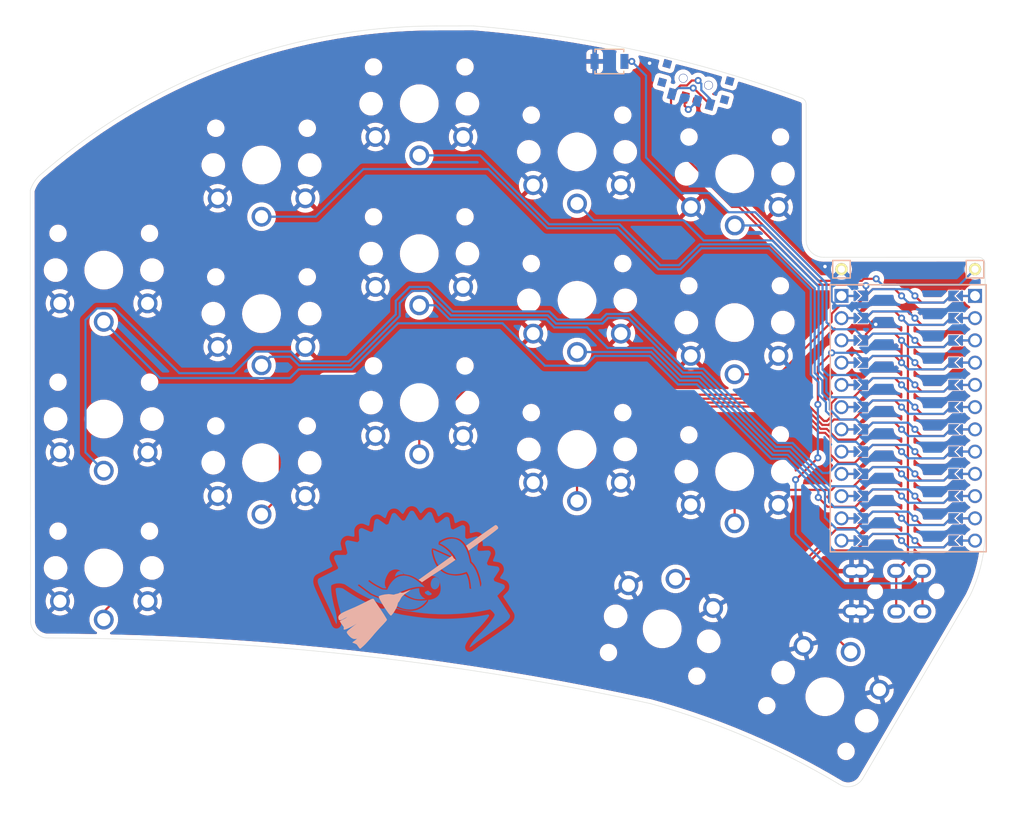
<source format=kicad_pcb>
(kicad_pcb (version 20211014) (generator pcbnew)
  (layers (0 "F.Cu" signal) (31 "B.Cu" signal) (34 "B.Paste" user) (35 "F.Paste" user) (36 "B.SilkS" user "B.Silkscreen") (37 "F.SilkS" user "F.Silkscreen") (38 "B.Mask" user) (39 "F.Mask" user) (44 "Edge.Cuts" user))
  (net 0 "")
  (net 1 "gnd")
  (net 2 "vcc")
  (net 3 "Switch18")
  (net 4 "reset")
  (net 5 "Switch1")
  (net 6 "Switch2")
  (net 7 "Switch3")
  (net 8 "Switch4")
  (net 9 "Switch5")
  (net 10 "Switch6")
  (net 11 "Switch7")
  (net 12 "Switch8")
  (net 13 "Switch9")
  (net 14 "Switch10")
  (net 15 "Switch11")
  (net 16 "Switch12")
  (net 17 "Switch13")
  (net 18 "Switch14")
  (net 19 "Switch15")
  (net 20 "Switch16")
  (net 21 "Switch17")
  (net 22 "raw")
  (net 23 "BT+_r")
  (net 24 "Net-(SW_POWERR1-Pad1)")
  (footprint "kbd:1pin_conn" (layer "F.Cu") (at 126.492 45.974)
    (fp_text reference " ")
    (fp_text value "MountingHole_Pad" hide)
  )
  (footprint "kbd:1pin_conn" (layer "F.Cu") (at 111.252 45.974)
    (fp_text reference " ")
    (fp_text value "MountingHole_Pad" hide)
  )
  (footprint "Kailh:TRRS-PJ-DPB2" (layer "F.Cu") (at 123.698 82.75 -90)
    (fp_text reference "J2")
    (fp_text value "AudioJack4dpb" hide)
  )
  (footprint "* duckyb-collection:SW_PG1350_rev_DPB" (layer "F.Cu") (at 27.08 46.08)
    (fp_text reference "SW1" hide)
    (fp_text value "SW_Push" hide)
  )
  (footprint "* duckyb-collection:SW_PG1350_rev_DPB" (layer "F.Cu") (at 45.08 34.08)
    (fp_text reference "SW2" hide)
    (fp_text value "SW_Push" hide)
  )
  (footprint "* duckyb-collection:SW_PG1350_rev_DPB" (layer "F.Cu") (at 63.08 27.08)
    (fp_text reference "SW3" hide)
    (fp_text value "SW_Push" hide)
  )
  (footprint "* duckyb-collection:SW_PG1350_rev_DPB" (layer "F.Cu") (at 81.08 32.58)
    (fp_text reference "SW4" hide)
    (fp_text value "SW_Push" hide)
  )
  (footprint "* duckyb-collection:SW_PG1350_rev_DPB" (layer "F.Cu") (at 99.08 35.08)
    (fp_text reference "SW5" hide)
    (fp_text value "SW_Push" hide)
  )
  (footprint "* duckyb-collection:SW_PG1350_rev_DPB" (layer "F.Cu") (at 27.08 63.08)
    (fp_text reference "SW6" hide)
    (fp_text value "SW_Push" hide)
  )
  (footprint "* duckyb-collection:SW_PG1350_rev_DPB" (layer "F.Cu") (at 45.08 51.054)
    (fp_text reference "SW7" hide)
    (fp_text value "SW_Push" hide)
  )
  (footprint "* duckyb-collection:SW_PG1350_rev_DPB" (layer "F.Cu") (at 63.08 44.196)
    (fp_text reference "SW8" hide)
    (fp_text value "SW_Push" hide)
  )
  (footprint "* duckyb-collection:SW_PG1350_rev_DPB" (layer "F.Cu") (at 81.08 49.53)
    (fp_text reference "SW9" hide)
    (fp_text value "SW_Push" hide)
  )
  (footprint "* duckyb-collection:SW_PG1350_rev_DPB" (layer "F.Cu") (at 99.06 52.07)
    (fp_text reference "SW10" hide)
    (fp_text value "SW_Push" hide)
  )
  (footprint "* duckyb-collection:SW_PG1350_rev_DPB" (layer "F.Cu") (at 27.08 80.08)
    (fp_text reference "SW11" hide)
    (fp_text value "SW_Push" hide)
  )
  (footprint "* duckyb-collection:SW_PG1350_rev_DPB" (layer "F.Cu") (at 45.08 68.072)
    (fp_text reference "SW12" hide)
    (fp_text value "SW_Push" hide)
  )
  (footprint "* duckyb-collection:SW_PG1350_rev_DPB" (layer "F.Cu") (at 63.08 61.214)
    (fp_text reference "SW13" hide)
    (fp_text value "SW_Push" hide)
  )
  (footprint "* duckyb-collection:SW_PG1350_rev_DPB" (layer "F.Cu") (at 81.08 66.548)
    (fp_text reference "SW14" hide)
    (fp_text value "SW_Push" hide)
  )
  (footprint "* duckyb-collection:SW_PG1350_rev_DPB" (layer "F.Cu") (at 99.06 69.088)
    (fp_text reference "SW15" hide)
    (fp_text value "SW_Push" hide)
  )
  (footprint "* duckyb-collection:SW_PG1350_rev_DPB" (layer "F.Cu") (at 109.356 94.78 150)
    (fp_text reference "SW17" hide)
    (fp_text value "SW_Push" hide)
  )
  (footprint "* duckyb-collection:SW_PG1350_rev_DPB" (layer "F.Cu") (at 90.796 87.03 165)
    (fp_text reference "SW16" hide)
    (fp_text value "SW_Push" hide)
  )
  (footprint "* duckyb-collection:ProMicro_jumpers_facedown" (layer "F.Cu") (at 118.872 62.992 -90)
    (fp_text reference "U1" hide)
    (fp_text value "ProMicro-kbd" hide)
  )
  (footprint "kbd:Tenting_Puck2" (layer "F.Cu") (at 72.58 42.98)
    (fp_text reference " ")
    (fp_text value " ")
  )
  (footprint "Kailh:SPDT_C128955" (layer "F.Cu") (at 94.6404 24.570573 -15.5)
    (fp_text reference " ")
    (fp_text value "SW_SPDT")
  )
  (footprint "* duckyb-collection:Tactile-Switch_SMT" (layer "F.Cu") (at 84.7852 22.2504)
    (fp_text reference "RSW2" hide)
    (fp_text value "SW_Push")
  )
  (footprint "Kailh:ferris_broom" (layer "B.Cu") (at 64.008 82.042 170)
    (fp_text reference "G***" hide)
    (fp_text value "LOGO" hide)
  )
  (gr_arc (start 126.885 44.612) (mid 127.41533 44.83167) (end 127.635 45.362) (layer "Edge.Cuts") (width 0.05))
  (gr_line (start 18.690055 36.976702) (end 18.730254 86.245024) (layer "Edge.Cuts") (width 0.05))
  (gr_arc (start 106.78729 26.456889) (mid 107.104079 26.733645) (end 107.222045 27.137419) (layer "Edge.Cuts") (width 0.05))
  (gr_arc (start 89.409134 95.561946) (mid 100.486488 99.421597) (end 110.938 104.748) (layer "Edge.Cuts") (width 0.05))
  (gr_arc (start 18.690055 36.976702) (mid 19.246929 35.858882) (end 20.117 34.963) (layer "Edge.Cuts") (width 0.05))
  (gr_arc (start 109.257002 44.614917) (mid 107.844534 44.065716) (end 107.222001 42.683999) (layer "Edge.Cuts") (width 0.05))
  (gr_arc (start 69.291777 18.200679) (mid 88.315879 21.073764) (end 106.78729 26.456889) (layer "Edge.Cuts") (width 0.05))
  (gr_arc (start 113.67 104.149265) (mid 112.428995 105.01898) (end 110.938 104.748) (layer "Edge.Cuts") (width 0.05))
  (gr_arc (start 20.768 88.081119) (mid 55.288442 89.987554) (end 89.409134 95.561946) (layer "Edge.Cuts") (width 0.05))
  (gr_arc (start 20.768 88.081119) (mid 19.380573 87.572102) (end 18.730254 86.245024) (layer "Edge.Cuts") (width 0.05))
  (gr_line (start 127.635 45.362) (end 127.635 62.484) (layer "Edge.Cuts") (width 0.05))
  (gr_line (start 107.222001 42.683999) (end 107.222045 27.137419) (layer "Edge.Cuts") (width 0.05))
  (gr_line (start 109.257002 44.614917) (end 126.885 44.612) (layer "Edge.Cuts") (width 0.05))
  (gr_arc (start 20.117 34.963) (mid 41.093524 22.531455) (end 65.090389 18.206139) (layer "Edge.Cuts") (width 0.05))
  (gr_line (start 125.888304 83.312) (end 113.67 104.149265) (layer "Edge.Cuts") (width 0.05))
  (gr_arc (start 127.635 75.98785) (mid 127.177913 79.749197) (end 125.888304 83.312) (layer "Edge.Cuts") (width 0.05))
  (gr_line (start 69.291777 18.200679) (end 65.090389 18.206139) (layer "Edge.Cuts") (width 0.05))
  (gr_line (start 127.635 62.484) (end 127.647 69.85) (layer "Edge.Cuts") (width 0.05))
  (gr_line (start 127.647 69.85) (end 127.635 75.98785) (layer "Edge.Cuts") (width 0.05))
  (segment (start 114.046 53.3908) (end 115.1636 52.2732) (width 0.25) (layer "F.Cu") (net 1))
  (segment (start 118.11 56.642) (end 118.11 54.102) (width 0.25) (layer "F.Cu") (net 1))
  (segment (start 114.046 54.102) (end 114.046 53.3908) (width 0.25) (layer "F.Cu") (net 1))
  (via (at 115.1636 52.2732) (size 0.8) (drill 0.4) (layers "F.Cu" "B.Cu") (net 1))
  (via (at 109.3724 45.6692) (size 0.8) (drill 0.4) (layers "F.Cu" "B.Cu") (net 1))
  (via (at 89.3572 22.4536) (size 0.8) (drill 0.4) (layers "F.Cu" "B.Cu") (net 1))
  (segment (start 112.630511 50.146511) (end 110.661711 50.146511) (width 0.25) (layer "B.Cu") (net 1))
  (segment (start 110.127489 47.098511) (end 111.252 45.974) (width 0.25) (layer "B.Cu") (net 1))
  (segment (start 114.7572 52.2732) (end 114.046 51.562) (width 0.25) (layer "B.Cu") (net 1))
  (segment (start 110.661711 50.146511) (end 110.127489 49.612289) (width 0.25) (layer "B.Cu") (net 1))
  (segment (start 114.046 51.562) (end 112.630511 50.146511) (width 0.25) (layer "B.Cu") (net 1))
  (segment (start 115.1636 52.2732) (end 114.7572 52.2732) (width 0.25) (layer "B.Cu") (net 1))
  (segment (start 110.127489 49.612289) (end 110.127489 47.098511) (width 0.25) (layer "B.Cu") (net 1))
  (segment (start 120.498 85.05) (end 120.498 80.44) (width 0.25) (layer "F.Cu") (net 2))
  (segment (start 108.5596 57.0992) (end 108.5596 61.4172) (width 0.25) (layer "F.Cu") (net 2))
  (segment (start 106.0196 70.0024) (end 106.0704 70.0024) (width 0.25) (layer "F.Cu") (net 2))
  (segment (start 106.0704 70.0024) (end 108.5596 67.5132) (width 0.25) (layer "F.Cu") (net 2))
  (segment (start 120.498 80.44) (end 120.478 80.42) (width 0.25) (layer "F.Cu") (net 2))
  (segment (start 110.1344 55.5244) (end 108.5596 57.0992) (width 0.25) (layer "F.Cu") (net 2))
  (via (at 106.0196 70.0024) (size 0.8) (drill 0.4) (layers "F.Cu" "B.Cu") (net 2))
  (via (at 110.1344 55.5244) (size 0.8) (drill 0.4) (layers "F.Cu" "B.Cu") (net 2))
  (via (at 108.5596 67.5132) (size 0.8) (drill 0.4) (layers "F.Cu" "B.Cu") (net 2))
  (via (at 108.5596 61.4172) (size 0.8) (drill 0.4) (layers "F.Cu" "B.Cu") (net 2))
  (segment (start 108.5596 67.5132) (end 108.5596 61.4172) (width 0.25) (layer "B.Cu") (net 2))
  (segment (start 111.6584 81.8388) (end 119.0592 81.8388) (width 0.25) (layer "B.Cu") (net 2))
  (segment (start 110.141311 55.517489) (end 112.921489 55.517489) (width 0.25) (layer "B.Cu") (net 2))
  (segment (start 112.921489 55.517489) (end 114.046 56.642) (width 0.25) (layer "B.Cu") (net 2))
  (segment (start 119.0592 81.8388) (end 120.478 80.42) (width 0.25) (layer "B.Cu") (net 2))
  (segment (start 106.0196 70.0024) (end 106.0196 76.2) (width 0.25) (layer "B.Cu") (net 2))
  (segment (start 110.1344 55.5244) (end 110.141311 55.517489) (width 0.25) (layer "B.Cu") (net 2))
  (segment (start 106.0196 76.2) (end 111.6584 81.8388) (width 0.25) (layer "B.Cu") (net 2))
  (segment (start 118.11 51.562) (end 118.834511 52.286511) (width 0.25) (layer "F.Cu") (net 3))
  (segment (start 118.834511 52.286511) (end 118.834511 79.063489) (width 0.25) (layer "F.Cu") (net 3))
  (segment (start 117.498 80.44) (end 117.478 80.42) (width 0.25) (layer "F.Cu") (net 3))
  (segment (start 118.834511 79.063489) (end 117.478 80.42) (width 0.25) (layer "F.Cu") (net 3))
  (segment (start 117.498 85.05) (end 117.498 80.44) (width 0.25) (layer "F.Cu") (net 3))
  (segment (start 87.3252 22.2504) (end 86.4852 22.2504) (width 0.25) (layer "F.Cu") (net 4))
  (via (at 87.3252 22.2504) (size 0.8) (drill 0.4) (layers "F.Cu" "B.Cu") (net 4))
  (segment (start 86.4852 22.2504) (end 87.3252 22.2504) (width 0.25) (layer "B.Cu") (net 4))
  (segment (start 87.3252 22.2504) (end 88.9508 23.876) (width 0.25) (layer "B.Cu") (net 4))
  (segment (start 88.9508 33.217792) (end 93.020208 37.2872) (width 0.25) (layer "B.Cu") (net 4))
  (segment (start 88.9508 23.876) (end 88.9508 33.217792) (width 0.25) (layer "B.Cu") (net 4))
  (segment (start 96.172452 37.2872) (end 98.356852 39.4716) (width 0.25) (layer "B.Cu") (net 4))
  (segment (start 109.54488 52.03928) (end 110.3376 52.832) (width 0.25) (layer "B.Cu") (net 4))
  (segment (start 93.020208 37.2872) (end 96.172452 37.2872) (width 0.25) (layer "B.Cu") (net 4))
  (segment (start 109.54488 47.593566) (end 109.54488 52.03928) (width 0.25) (layer "B.Cu") (net 4))
  (segment (start 98.356852 39.4716) (end 101.422914 39.4716) (width 0.25) (layer "B.Cu") (net 4))
  (segment (start 101.422914 39.4716) (end 109.54488 47.593566) (width 0.25) (layer "B.Cu") (net 4))
  (segment (start 110.3376 52.832) (end 112.776 52.832) (width 0.25) (layer "B.Cu") (net 4))
  (segment (start 112.776 52.832) (end 114.046 54.102) (width 0.25) (layer "B.Cu") (net 4))
  (segment (start 108.6104 72.0344) (end 109.6772 73.1012) (width 0.25) (layer "F.Cu") (net 5))
  (segment (start 112.8268 73.1012) (end 114.046 71.882) (width 0.25) (layer "F.Cu") (net 5))
  (segment (start 109.6772 73.1012) (end 112.8268 73.1012) (width 0.25) (layer "F.Cu") (net 5))
  (via (at 108.6104 72.0344) (size 0.8) (drill 0.4) (layers "F.Cu" "B.Cu") (net 5))
  (segment (start 108.6104 71.299954) (end 104.925246 67.6148) (width 0.25) (layer "B.Cu") (net 5))
  (segment (start 60.653557 52.14856) (end 55.398597 57.40352) (width 0.25) (layer "B.Cu") (net 5))
  (segment (start 49.32728 57.40352) (end 48.321289 58.409511) (width 0.25) (layer "B.Cu") (net 5))
  (segment (start 103.2256 67.6148) (end 94.742 59.1312) (width 0.25) (layer "B.Cu") (net 5))
  (segment (start 81.9912 56.9976) (end 77.4192 56.9976) (width 0.25) (layer "B.Cu") (net 5))
  (segment (start 83.10928 55.87952) (end 81.9912 56.9976) (width 0.25) (layer "B.Cu") (net 5))
  (segment (start 72.57016 52.14856) (end 60.653557 52.14856) (width 0.25) (layer "B.Cu") (net 5))
  (segment (start 48.321289 58.409511) (end 33.509511 58.409511) (width 0.25) (layer "B.Cu") (net 5))
  (segment (start 108.6104 72.0344) (end 108.6104 71.299954) (width 0.25) (layer "B.Cu") (net 5))
  (segment (start 94.742 59.1312) (end 92.6084 59.1312) (width 0.25) (layer "B.Cu") (net 5))
  (segment (start 55.398597 57.40352) (end 49.32728 57.40352) (width 0.25) (layer "B.Cu") (net 5))
  (segment (start 92.6084 59.1312) (end 89.35672 55.87952) (width 0.25) (layer "B.Cu") (net 5))
  (segment (start 77.4192 56.9976) (end 72.57016 52.14856) (width 0.25) (layer "B.Cu") (net 5))
  (segment (start 33.509511 58.409511) (end 27.08 51.98) (width 0.25) (layer "B.Cu") (net 5))
  (segment (start 89.35672 55.87952) (end 83.10928 55.87952) (width 0.25) (layer "B.Cu") (net 5))
  (segment (start 104.925246 67.6148) (end 103.2256 67.6148) (width 0.25) (layer "B.Cu") (net 5))
  (segment (start 108.62576 60.316396) (end 109.48168 61.172316) (width 0.25) (layer "B.Cu") (net 6))
  (segment (start 108.62576 58.869314) (end 108.62576 60.316396) (width 0.25) (layer "B.Cu") (net 6))
  (segment (start 95.276118 43.5864) (end 102.994846 43.5864) (width 0.25) (layer "B.Cu") (net 6))
  (segment (start 85.69192 41.29272) (end 90.36552 45.96632) (width 0.25) (layer "B.Cu") (net 6))
  (segment (start 110.0328 64.8716) (end 110.838689 65.677489) (width 0.25) (layer "B.Cu") (net 6))
  (segment (start 110.838689 65.677489) (end 112.921489 65.677489) (width 0.25) (layer "B.Cu") (net 6))
  (segment (start 109.48168 62.177698) (end 110.0328 62.728818) (width 0.25) (layer "B.Cu") (net 6))
  (segment (start 90.36552 45.96632) (end 92.896198 45.96632) (width 0.25) (layer "B.Cu") (net 6))
  (segment (start 70.941483 34.544) (end 77.690203 41.29272) (width 0.25) (layer "B.Cu") (net 6))
  (segment (start 110.0328 62.728818) (end 110.0328 64.8716) (width 0.25) (layer "B.Cu") (net 6))
  (segment (start 102.994846 43.5864) (end 107.7468 48.338354) (width 0.25) (layer "B.Cu") (net 6))
  (segment (start 45.08 39.98) (end 51.2568 39.98) (width 0.25) (layer "B.Cu") (net 6))
  (segment (start 109.48168 61.172316) (end 109.48168 62.177698) (width 0.25) (layer "B.Cu") (net 6))
  (segment (start 51.2568 39.98) (end 56.6928 34.544) (width 0.25) (layer "B.Cu") (net 6))
  (segment (start 112.921489 65.677489) (end 114.046 66.802) (width 0.25) (layer "B.Cu") (net 6))
  (segment (start 107.7468 57.990354) (end 108.62576 58.869314) (width 0.25) (layer "B.Cu") (net 6))
  (segment (start 92.896198 45.96632) (end 95.276118 43.5864) (width 0.25) (layer "B.Cu") (net 6))
  (segment (start 56.6928 34.544) (end 70.941483 34.544) (width 0.25) (layer "B.Cu") (net 6))
  (segment (start 107.7468 48.338354) (end 107.7468 57.990354) (width 0.25) (layer "B.Cu") (net 6))
  (segment (start 77.690203 41.29272) (end 85.69192 41.29272) (width 0.25) (layer "B.Cu") (net 6))
  (segment (start 103.181044 43.13688) (end 108.19632 48.152156) (width 0.25) (layer "B.Cu") (net 7))
  (segment (start 92.71 45.5168) (end 95.089921 43.13688) (width 0.25) (layer "B.Cu") (net 7))
  (segment (start 63.08 32.98) (end 70.0132 32.98) (width 0.25) (layer "B.Cu") (net 7))
  (segment (start 95.089921 43.13688) (end 103.181044 43.13688) (width 0.25) (layer "B.Cu") (net 7))
  (segment (start 109.9312 61.9915) (end 111.077189 63.137489) (width 0.25) (layer "B.Cu") (net 7))
  (segment (start 112.921489 63.137489) (end 114.046 64.262) (width 0.25) (layer "B.Cu") (net 7))
  (segment (start 90.596601 45.5168) (end 92.71 45.5168) (width 0.25) (layer "B.Cu") (net 7))
  (segment (start 85.923001 40.8432) (end 90.596601 45.5168) (width 0.25) (layer "B.Cu") (net 7))
  (segment (start 108.19632 57.804156) (end 109.07528 58.683116) (width 0.25) (layer "B.Cu") (net 7))
  (segment (start 109.9312 60.986118) (end 109.9312 61.9915) (width 0.25) (layer "B.Cu") (net 7))
  (segment (start 70.0132 32.98) (end 77.8764 40.8432) (width 0.25) (layer "B.Cu") (net 7))
  (segment (start 108.19632 48.152156) (end 108.19632 57.804156) (width 0.25) (layer "B.Cu") (net 7))
  (segment (start 109.07528 58.683116) (end 109.07528 60.130198) (width 0.25) (layer "B.Cu") (net 7))
  (segment (start 77.8764 40.8432) (end 85.923001 40.8432) (width 0.25) (layer "B.Cu") (net 7))
  (segment (start 109.07528 60.130198) (end 109.9312 60.986118) (width 0.25) (layer "B.Cu") (net 7))
  (segment (start 111.077189 63.137489) (end 112.921489 63.137489) (width 0.25) (layer "B.Cu") (net 7))
  (segment (start 109.5248 58.496918) (end 109.5248 59.944) (width 0.25) (layer "B.Cu") (net 8))
  (segment (start 108.64584 47.965958) (end 108.64584 57.617958) (width 0.25) (layer "B.Cu") (net 8))
  (segment (start 108.64584 57.617958) (end 109.5248 58.496918) (width 0.25) (layer "B.Cu") (net 8))
  (segment (start 110.178289 60.597489) (end 112.921489 60.597489) (width 0.25) (layer "B.Cu") (net 8))
  (segment (start 109.5248 59.944) (end 110.178289 60.597489) (width 0.25) (layer "B.Cu") (net 8))
  (segment (start 103.367242 42.68736) (end 108.64584 47.965958) (width 0.25) (layer "B.Cu") (net 8))
  (segment (start 95.51936 42.68736) (end 103.367242 42.68736) (width 0.25) (layer "B.Cu") (net 8))
  (segment (start 81.08 38.48) (end 82.986 40.386) (width 0.25) (layer "B.Cu") (net 8))
  (segment (start 82.986 40.386) (end 93.218 40.386) (width 0.25) (layer "B.Cu") (net 8))
  (segment (start 93.218 40.386) (end 95.51936 42.68736) (width 0.25) (layer "B.Cu") (net 8))
  (segment (start 112.921489 60.597489) (end 114.046 61.722) (width 0.25) (layer "B.Cu") (net 8))
  (segment (start 102.2956 40.98) (end 109.09536 47.779763) (width 0.25) (layer "B.Cu") (net 9))
  (segment (start 109.728 58.0644) (end 110.7793 58.0644) (width 0.25) (layer "B.Cu") (net 9))
  (segment (start 110.7793 58.0644) (end 110.786211 58.057489) (width 0.25) (layer "B.Cu") (net 9))
  (segment (start 110.786211 58.057489) (end 112.921489 58.057489) (width 0.25) (layer "B.Cu") (net 9))
  (segment (start 109.09536 57.43176) (end 109.728 58.0644) (width 0.25) (layer "B.Cu") (net 9))
  (segment (start 99.08 40.98) (end 102.2956 40.98) (width 0.25) (layer "B.Cu") (net 9))
  (segment (start 112.921489 58.057489) (end 114.046 59.182) (width 0.25) (layer "B.Cu") (net 9))
  (segment (start 109.09536 47.779763) (end 109.09536 57.43176) (width 0.25) (layer "B.Cu") (net 9))
  (segment (start 103.970392 65.81672) (end 105.670037 65.81672) (width 0.25) (layer "B.Cu") (net 10))
  (segment (start 105.933359 66.080043) (end 109.093716 69.2404) (width 0.25) (layer "B.Cu") (net 10))
  (segment (start 109.093716 69.2404) (end 109.7633 69.2404) (width 0.25) (layer "B.Cu") (net 10))
  (segment (start 24.990979 66.890979) (end 24.990979 51.767821) (width 0.25) (layer "B.Cu") (net 10))
  (segment (start 66.9036 50.8) (end 77.9272 50.8) (width 0.25) (layer "B.Cu") (net 10))
  (segment (start 41.926209 57.844991) (end 44.3992 55.372) (width 0.25) (layer "B.Cu") (net 10))
  (segment (start 87.373843 51.353772) (end 93.353192 57.33312) (width 0.25) (layer "B.Cu") (net 10))
  (segment (start 105.670037 65.81672) (end 105.933359 66.080043) (width 0.25) (layer "B.Cu") (net 10))
  (segment (start 78.85696 51.72976) (end 83.80464 51.72976) (width 0.25) (layer "B.Cu") (net 10))
  (segment (start 110.786211 68.217489) (end 112.921489 68.217489) (width 0.25) (layer "B.Cu") (net 10))
  (segment (start 95.486792 57.33312) (end 103.970392 65.81672) (width 0.25) (layer "B.Cu") (net 10))
  (segment (start 55.026202 56.50448) (end 60.4012 51.129482) (width 0.25) (layer "B.Cu") (net 10))
  (segment (start 64.1096 48.006) (end 66.9036 50.8) (width 0.25) (layer "B.Cu") (net 10))
  (segment (start 84.443951 51.090449) (end 87.110521 51.090449) (width 0.25) (layer "B.Cu") (net 10))
  (segment (start 48.4124 55.372) (end 49.54488 56.50448) (width 0.25) (layer "B.Cu") (net 10))
  (segment (start 109.7633 69.2404) (end 110.786211 68.217489) (width 0.25) (layer "B.Cu") (net 10))
  (segment (start 61.976 48.006) (end 64.1096 48.006) (width 0.25) (layer "B.Cu") (net 10))
  (segment (start 87.110521 51.090449) (end 87.373843 51.353772) (width 0.25) (layer "B.Cu") (net 10))
  (segment (start 60.4012 49.5808) (end 61.976 48.006) (width 0.25) (layer "B.Cu") (net 10))
  (segment (start 28.2956 50.4444) (end 35.696191 57.844991) (width 0.25) (layer "B.Cu") (net 10))
  (segment (start 93.353192 57.33312) (end 95.486792 57.33312) (width 0.25) (layer "B.Cu") (net 10))
  (segment (start 83.80464 51.72976) (end 84.443951 51.090449) (width 0.25) (layer "B.Cu") (net 10))
  (segment (start 49.54488 56.50448) (end 55.026202 56.50448) (width 0.25) (layer "B.Cu") (net 10))
  (segment (start 27.08 68.98) (end 24.990979 66.890979) (width 0.25) (layer "B.Cu") (net 10))
  (segment (start 35.696191 57.844991) (end 41.926209 57.844991) (width 0.25) (layer "B.Cu") (net 10))
  (segment (start 77.9272 50.8) (end 78.85696 51.72976) (width 0.25) (layer "B.Cu") (net 10))
  (segment (start 26.3144 50.4444) (end 28.2956 50.4444) (width 0.25) (layer "B.Cu") (net 10))
  (segment (start 24.990979 51.767821) (end 26.3144 50.4444) (width 0.25) (layer "B.Cu") (net 10))
  (segment (start 44.3992 55.372) (end 48.4124 55.372) (width 0.25) (layer "B.Cu") (net 10))
  (segment (start 60.4012 51.129482) (end 60.4012 49.5808) (width 0.25) (layer "B.Cu") (net 10))
  (segment (start 112.921489 68.217489) (end 114.046 69.342) (width 0.25) (layer "B.Cu") (net 10))
  (segment (start 103.784194 66.26624) (end 105.483839 66.26624) (width 0.25) (layer "B.Cu") (net 11))
  (segment (start 86.924323 51.539969) (end 93.166994 57.78264) (width 0.25) (layer "B.Cu") (net 11))
  (segment (start 93.166994 57.78264) (end 95.300594 57.78264) (width 0.25) (layer "B.Cu") (net 11))
  (segment (start 95.300594 57.78264) (end 103.784194 66.26624) (width 0.25) (layer "B.Cu") (net 11))
  (segment (start 109.975089 70.757489) (end 112.921489 70.757489) (width 0.25) (layer "B.Cu") (net 11))
  (segment (start 112.921489 70.757489) (end 114.046 71.882) (width 0.25) (layer "B.Cu") (net 11))
  (segment (start 60.85072 49.84248) (end 62.23768 48.45552) (width 0.25) (layer "B.Cu") (net 11))
  (segment (start 48.378602 55.97392) (end 49.358683 56.954) (width 0.25) (layer "B.Cu") (net 11))
  (segment (start 46.06008 55.97392) (end 48.378602 55.97392) (width 0.25) (layer "B.Cu") (net 11))
  (segment (start 62.23768 48.45552) (end 63.923403 48.45552) (width 0.25) (layer "B.Cu") (net 11))
  (segment (start 60.85072 51.315679) (end 60.85072 49.84248) (width 0.25) (layer "B.Cu") (net 11))
  (segment (start 45.08 56.954) (end 46.06008 55.97392) (width 0.25) (layer "B.Cu") (net 11))
  (segment (start 66.717403 51.24952) (end 77.741002 51.24952) (width 0.25) (layer "B.Cu") (net 11))
  (segment (start 84.630149 51.539969) (end 86.924323 51.539969) (width 0.25) (layer "B.Cu") (net 11))
  (segment (start 78.670762 52.17928) (end 83.990838 52.17928) (width 0.25) (layer "B.Cu") (net 11))
  (segment (start 105.483839 66.26624) (end 109.975089 70.757489) (width 0.25) (layer "B.Cu") (net 11))
  (segment (start 63.923403 48.45552) (end 66.717403 51.24952) (width 0.25) (layer "B.Cu") (net 11))
  (segment (start 55.2124 56.954) (end 60.85072 51.315679) (width 0.25) (layer "B.Cu") (net 11))
  (segment (start 49.358683 56.954) (end 55.2124 56.954) (width 0.25) (layer "B.Cu") (net 11))
  (segment (start 77.741002 51.24952) (end 78.670762 52.17928) (width 0.25) (layer "B.Cu") (net 11))
  (segment (start 83.990838 52.17928) (end 84.630149 51.539969) (width 0.25) (layer "B.Cu") (net 11))
  (segment (start 84.582 54.9656) (end 89.714236 54.9656) (width 0.25) (layer "B.Cu") (net 12))
  (segment (start 109.82192 71.240039) (end 109.82192 72.53472) (width 0.25) (layer "B.Cu") (net 12))
  (segment (start 64.928165 50.096) (end 66.531206 51.69904) (width 0.25) (layer "B.Cu") (net 12))
  (segment (start 109.82192 72.53472) (end 110.4392 73.152) (width 0.25) (layer "B.Cu") (net 12))
  (segment (start 89.714236 54.9656) (end 92.980796 58.23216) (width 0.25) (layer "B.Cu") (net 12))
  (segment (start 63.08 50.096) (end 64.928165 50.096) (width 0.25) (layer "B.Cu") (net 12))
  (segment (start 103.597996 66.71576) (end 105.297641 66.71576) (width 0.25) (layer "B.Cu") (net 12))
  (segment (start 95.114396 58.23216) (end 103.597996 66.71576) (width 0.25) (layer "B.Cu") (net 12))
  (segment (start 82.2452 52.6288) (end 84.582 54.9656) (width 0.25) (layer "B.Cu") (net 12))
  (segment (start 66.531206 51.69904) (end 77.554804 51.69904) (width 0.25) (layer "B.Cu") (net 12))
  (segment (start 92.980796 58.23216) (end 95.114396 58.23216) (width 0.25) (layer "B.Cu") (net 12))
  (segment (start 112.776 73.152) (end 114.046 74.422) (width 0.25) (layer "B.Cu") (net 12))
  (segment (start 78.484565 52.6288) (end 82.2452 52.6288) (width 0.25) (layer "B.Cu") (net 12))
  (segment (start 110.4392 73.152) (end 112.776 73.152) (width 0.25) (layer "B.Cu") (net 12))
  (segment (start 105.297641 66.71576) (end 109.82192 71.240039) (width 0.25) (layer "B.Cu") (net 12))
  (segment (start 77.554804 51.69904) (end 78.484565 52.6288) (width 0.25) (layer "B.Cu") (net 12))
  (segment (start 112.776 75.692) (end 114.046 76.962) (width 0.25) (layer "B.Cu") (net 13))
  (segment (start 105.111444 67.16528) (end 109.3724 71.426236) (width 0.25) (layer "B.Cu") (net 13))
  (segment (start 110.744 75.692) (end 112.776 75.692) (width 0.25) (layer "B.Cu") (net 13))
  (segment (start 103.411798 67.16528) (end 105.111444 67.16528) (width 0.25) (layer "B.Cu") (net 13))
  (segment (start 81.08 55.43) (end 89.542918 55.43) (width 0.25) (layer "B.Cu") (net 13))
  (segment (start 89.542918 55.43) (end 92.794598 58.68168) (width 0.25) (layer "B.Cu") (net 13))
  (segment (start 109.3724 71.426236) (end 109.3724 74.3204) (width 0.25) (layer "B.Cu") (net 13))
  (segment (start 94.928198 58.68168) (end 103.411798 67.16528) (width 0.25) (layer "B.Cu") (net 13))
  (segment (start 109.3724 74.3204) (end 110.744 75.692) (width 0.25) (layer "B.Cu") (net 13))
  (segment (start 92.794598 58.68168) (end 94.928198 58.68168) (width 0.25) (layer "B.Cu") (net 13))
  (segment (start 112.921489 50.146511) (end 114.046 49.022) (width 0.25) (layer "F.Cu") (net 14))
  (segment (start 110.127489 51.060911) (end 111.041889 50.146511) (width 0.25) (layer "F.Cu") (net 14))
  (segment (start 104.1328 57.97) (end 110.127489 51.975311) (width 0.25) (layer "F.Cu") (net 14))
  (segment (start 111.041889 50.146511) (end 112.921489 50.146511) (width 0.25) (layer "F.Cu") (net 14))
  (segment (start 110.127489 51.975311) (end 110.127489 51.060911) (width 0.25) (layer "F.Cu") (net 14))
  (segment (start 99.06 57.97) (end 104.1328 57.97) (width 0.25) (layer "F.Cu") (net 14))
  (segment (start 106.257265 60.306511) (end 109.255234 63.30448) (width 0.25) (layer "F.Cu") (net 15))
  (segment (start 30.6324 74.676) (end 41.360819 63.947581) (width 0.25) (layer "F.Cu") (net 15))
  (segment (start 112.630511 60.597489) (end 114.046 59.182) (width 0.25) (layer "F.Cu") (net 15))
  (segment (start 27.08 85.0864) (end 30.6324 81.534) (width 0.25) (layer "F.Cu") (net 15))
  (segment (start 41.360819 63.947581) (end 46.719501 63.947581) (width 0.25) (layer "F.Cu") (net 15))
  (segment (start 110.0836 61.3001) (end 110.786211 60.597489) (width 0.25) (layer "F.Cu") (net 15))
  (segment (start 91.088481 60.306511) (end 106.257265 60.306511) (width 0.25) (layer "F.Cu") (net 15))
  (segment (start 109.255234 63.30448) (end 109.592602 63.30448) (width 0.25) (layer "F.Cu") (net 15))
  (segment (start 109.592602 63.30448) (end 110.0836 62.813482) (width 0.25) (layer "F.Cu") (net 15))
  (segment (start 46.719501 63.947581) (end 52.247082 58.42) (width 0.25) (layer "F.Cu") (net 15))
  (segment (start 30.6324 81.534) (end 30.6324 74.676) (width 0.25) (layer "F.Cu") (net 15))
  (segment (start 110.786211 60.597489) (end 112.630511 60.597489) (width 0.25) (layer "F.Cu") (net 15))
  (segment (start 52.247082 58.42) (end 89.20197 58.42) (width 0.25) (layer "F.Cu") (net 15))
  (segment (start 27.08 85.98) (end 27.08 85.0864) (width 0.25) (layer "F.Cu") (net 15))
  (segment (start 89.20197 58.42) (end 91.088481 60.306511) (width 0.25) (layer "F.Cu") (net 15))
  (segment (start 110.0836 62.813482) (end 110.0836 61.3001) (width 0.25) (layer "F.Cu") (net 15))
  (segment (start 112.630511 63.137489) (end 114.046 61.722) (width 0.25) (layer "F.Cu") (net 16))
  (segment (start 47.1424 71.9096) (end 47.1424 70.161021) (width 0.25) (layer "F.Cu") (net 16))
  (segment (start 52.43328 58.86952) (end 89.015773 58.86952) (width 0.25) (layer "F.Cu") (net 16))
  (segment (start 47.169021 70.161021) (end 47.169021 64.133779) (width 0.25) (layer "F.Cu") (net 16))
  (segment (start 109.7788 63.754) (end 110.395311 63.137489) (width 0.25) (layer "F.Cu") (net 16))
  (segment (start 47.1424 70.161021) (end 47.169021 70.161021) (width 0.25) (layer "F.Cu") (net 16))
  (segment (start 110.395311 63.137489) (end 112.630511 63.137489) (width 0.25) (layer "F.Cu") (net 16))
  (segment (start 47.169021 64.133779) (end 52.43328 58.86952) (width 0.25) (layer "F.Cu") (net 16))
  (segment (start 90.902284 60.756031) (end 106.071067 60.756031) (width 0.25) (layer "F.Cu") (net 16))
  (segment (start 45.08 73.972) (end 47.1424 71.9096) (width 0.25) (layer "F.Cu") (net 16))
  (segment (start 106.071067 60.756031) (end 109.069036 63.754) (width 0.25) (layer "F.Cu") (net 16))
  (segment (start 89.015773 58.86952) (end 90.902284 60.756031) (width 0.25) (layer "F.Cu") (net 16))
  (segment (start 109.069036 63.754) (end 109.7788 63.754) (width 0.25) (layer "F.Cu") (net 16))
  (segment (start 63.08 64.980992) (end 68.741952 59.31904) (width 0.25) (layer "F.Cu") (net 17))
  (segment (start 90.716086 61.205551) (end 105.884869 61.205551) (width 0.25) (layer "F.Cu") (net 17))
  (segment (start 112.8776 65.4304) (end 114.046 64.262) (width 0.25) (layer "F.Cu") (net 17))
  (segment (start 63.08 67.114) (end 63.08 64.980992) (width 0.25) (layer "F.Cu") (net 17))
  (segment (start 110.7948 65.4304) (end 112.8776 65.4304) (width 0.25) (layer "F.Cu") (net 17))
  (segment (start 88.829575 59.31904) (end 90.716086 61.205551) (width 0.25) (layer "F.Cu") (net 17))
  (segment (start 108.882839 64.20352) (end 109.56792 64.20352) (width 0.25) (layer "F.Cu") (net 17))
  (segment (start 109.56792 64.20352) (end 110.7948 65.4304) (width 0.25) (layer "F.Cu") (net 17))
  (segment (start 68.741952 59.31904) (end 88.829575 59.31904) (width 0.25) (layer "F.Cu") (net 17))
  (segment (start 105.884869 61.205551) (end 108.882839 64.20352) (width 0.25) (layer "F.Cu") (net 17))
  (segment (start 89.170129 61.655071) (end 105.698671 61.655071) (width 0.25) (layer "F.Cu") (net 18))
  (segment (start 109.381722 64.65304) (end 109.982 65.253318) (width 0.25) (layer "F.Cu") (net 18))
  (segment (start 109.982 67.1223) (end 110.9317 68.072) (width 0.25) (layer "F.Cu") (net 18))
  (segment (start 108.696642 64.65304) (end 109.381722 64.65304) (width 0.25) (layer "F.Cu") (net 18))
  (segment (start 81.08 69.7452) (end 89.170129 61.655071) (width 0.25) (layer "F.Cu") (net 18))
  (segment (start 109.982 65.253318) (end 109.982 67.1223) (width 0.25) (layer "F.Cu") (net 18))
  (segment (start 105.698671 61.655071) (end 108.696642 64.65304) (width 0.25) (layer "F.Cu") (net 18))
  (segment (start 81.08 72.448) (end 81.08 69.7452) (width 0.25) (layer "F.Cu") (net 18))
  (segment (start 112.776 68.072) (end 114.046 66.802) (width 0.25) (layer "F.Cu") (net 18))
  (segment (start 110.9317 68.072) (end 112.776 68.072) (width 0.25) (layer "F.Cu") (net 18))
  (segment (start 110.12665 71.1708) (end 110.539961 70.757489) (width 0.25) (layer "F.Cu") (net 19))
  (segment (start 99.06 74.988) (end 99.06 72.854992) (width 0.25) (layer "F.Cu") (net 19))
  (segment (start 100.744192 71.1708) (end 110.12665 71.1708) (width 0.25) (layer "F.Cu") (net 19))
  (segment (start 112.630511 70.757489) (end 114.046 69.342) (width 0.25) (layer "F.Cu") (net 19))
  (segment (start 99.06 72.854992) (end 100.744192 71.1708) (width 0.25) (layer "F.Cu") (net 19))
  (segment (start 110.539961 70.757489) (end 112.630511 70.757489) (width 0.25) (layer "F.Cu") (net 19))
  (segment (start 110.786211 75.546511) (end 112.921489 75.546511) (width 0.25) (layer "F.Cu") (net 20))
  (segment (start 112.921489 75.546511) (end 114.046 74.422) (width 0.25) (layer "F.Cu") (net 20))
  (segment (start 105.001684 81.331038) (end 110.786211 75.546511) (width 0.25) (layer "F.Cu") (net 20))
  (segment (start 92.323032 81.331038) (end 105.001684 81.331038) (width 0.25) (layer "F.Cu") (net 20))
  (segment (start 108.881929 78.086511) (end 112.921489 78.086511) (width 0.25) (layer "F.Cu") (net 21))
  (segment (start 105.41 82.77445) (end 105.41 81.55844) (width 0.25) (layer "F.Cu") (net 21))
  (segment (start 105.41 81.55844) (end 108.881929 78.086511) (width 0.25) (layer "F.Cu") (net 21))
  (segment (start 112.921489 78.086511) (end 114.046 76.962) (width 0.25) (layer "F.Cu") (net 21))
  (segment (start 112.306 89.67045) (end 105.41 82.77445) (width 0.25) (layer "F.Cu") (net 21))
  (segment (start 108.458 47.752) (end 99.568 38.862) (width 0.25) (layer "F.Cu") (net 22))
  (segment (start 114.046 47.8536) (end 113.9444 47.752) (width 0.25) (layer "F.Cu") (net 22))
  (segment (start 99.568 38.862) (end 98.7552 38.862) (width 0.25) (layer "F.Cu") (net 22))
  (segment (start 92.888235 24.998297) (end 93.611089 24.998297) (width 0.25) (layer "F.Cu") (net 22))
  (segment (start 113.9444 47.752) (end 108.458 47.752) (width 0.25) (layer "F.Cu") (net 22))
  (segment (start 95.96888 36.07568) (end 95.96888 35.735872) (width 0.25) (layer "F.Cu") (net 22))
  (segment (start 93.611089 24.998297) (end 94.174586 24.4348) (width 0.25) (layer "F.Cu") (net 22))
  (segment (start 91.80328 26.083252) (end 91.917712 25.96882) (width 0.25) (layer "F.Cu") (net 22))
  (segment (start 91.80328 31.570272) (end 91.80328 26.083252) (width 0.25) (layer "F.Cu") (net 22))
  (segment (start 95.96888 35.735872) (end 91.80328 31.570272) (width 0.25) (layer "F.Cu") (net 22))
  (segment (start 98.7552 38.862) (end 95.96888 36.07568) (width 0.25) (layer "F.Cu") (net 22))
  (segment (start 94.174586 24.4348) (end 94.8944 24.4348) (width 0.25) (layer "F.Cu") (net 22))
  (segment (start 91.917712 25.96882) (end 92.888235 24.998297) (width 0.25) (layer "F.Cu") (net 22))
  (via (at 94.8944 24.4348) (size 0.8) (drill 0.4) (layers "F.Cu" "B.Cu") (net 22))
  (via (at 114.046 47.8536) (size 0.8) (drill 0.4) (layers "F.Cu" "B.Cu") (net 22))
  (segment (start 94.8944 24.4348) (end 95.261325 24.801725) (width 0.25) (layer "B.Cu") (net 22))
  (segment (start 114.046 47.8536) (end 114.046 49.022) (width 0.25) (layer "B.Cu") (net 22))
  (segment (start 95.261325 24.801725) (end 95.261325 25.53008) (width 0.25) (layer "B.Cu") (net 22))
  (segment (start 96.254049 26.522804) (end 96.254049 27.171393) (width 0.25) (layer "B.Cu") (net 22))
  (segment (start 95.261325 25.53008) (end 96.254049 26.522804) (width 0.25) (layer "B.Cu") (net 22))
  (segment (start 98.941398 38.41248) (end 96.4184 35.889482) (width 0.25) (layer "F.Cu") (net 23))
  (segment (start 96.4184 35.549674) (end 92.2528 31.384074) (width 0.25) (layer "F.Cu") (net 23))
  (segment (start 115.2144 47.072415) (end 113.802571 47.072415) (width 0.25) (layer "F.Cu") (net 23))
  (segment (start 113.572506 47.30248) (end 108.644198 47.30248) (width 0.25) (layer "F.Cu") (net 23))
  (segment (start 99.754198 38.41248) (end 98.941398 38.41248) (width 0.25) (layer "F.Cu") (net 23))
  (segment (start 92.2528 27.480034) (end 93.363158 26.369676) (width 0.25) (layer "F.Cu") (net 23))
  (segment (start 93.363158 27.323158) (end 93.7768 27.7368) (width 0.25) (layer "F.Cu") (net 23))
  (segment (start 92.2528 31.384074) (end 92.2528 27.480034) (width 0.25) (layer "F.Cu") (net 23))
  (segment (start 108.644198 47.30248) (end 99.754198 38.41248) (width 0.25) (layer "F.Cu") (net 23))
  (segment (start 113.802571 47.072415) (end 113.572506 47.30248) (width 0.25) (layer "F.Cu") (net 23))
  (segment (start 93.363158 26.369676) (end 93.363158 27.323158) (width 0.25) (layer "F.Cu") (net 23))
  (segment (start 96.4184 35.889482) (end 96.4184 35.549674) (width 0.25) (layer "F.Cu") (net 23))
  (via (at 115.2144 47.072415) (size 0.8) (drill 0.4) (layers "F.Cu" "B.Cu") (net 23))
  (via (at 93.7768 27.7368) (size 0.8) (drill 0.4) (layers "F.Cu" "B.Cu") (net 23))
  (segment (start 115.2144 47.072415) (end 115.893985 47.752) (width 0.25) (layer "B.Cu") (net 23))
  (segment (start 124.714 47.752) (end 126.492 45.974) (width 0.25) (layer "B.Cu") (net 23))
  (segment (start 93.7768 27.7368) (end 93.842337 27.7368) (width 0.25) (layer "B.Cu") (net 23))
  (segment (start 93.842337 27.7368) (end 94.808603 26.770534) (width 0.25) (layer "B.Cu") (net 23))
  (segment (start 115.893985 47.752) (end 124.714 47.752) (width 0.25) (layer "B.Cu") (net 23))
  (segment (start 94.381056 25.2984) (end 96.254049 27.171393) (width 0.25) (layer "F.Cu") (net 24))
  (segment (start 94.3356 25.2984) (end 94.381056 25.2984) (width 0.25) (layer "F.Cu") (net 24))
  (via (at 94.3356 25.2984) (size 0.8) (drill 0.4) (layers "F.Cu" "B.Cu") (net 24))
  (segment (start 92.588132 25.2984) (end 94.3356 25.2984) (width 0.25) (layer "B.Cu") (net 24))
  (segment (start 91.917712 25.96882) (end 92.588132 25.2984) (width 0.25) (layer "B.Cu") (net 24))
  (zone (net 1) (net_name "gnd") (layers F&B.Cu) (connect_pads (clearance 0.508)) (min_thickness 0.254) (fill yes (thermal_gap 0.508) (thermal_bridge_width 0.508) (island_removal_mode 1) (island_area_min 0))
    (polygon (pts (xy 15.24 15.24) (xy 132.08 15.24) (xy 132.08 109.22) (xy 15.24 109.22)))
  )
)
</source>
